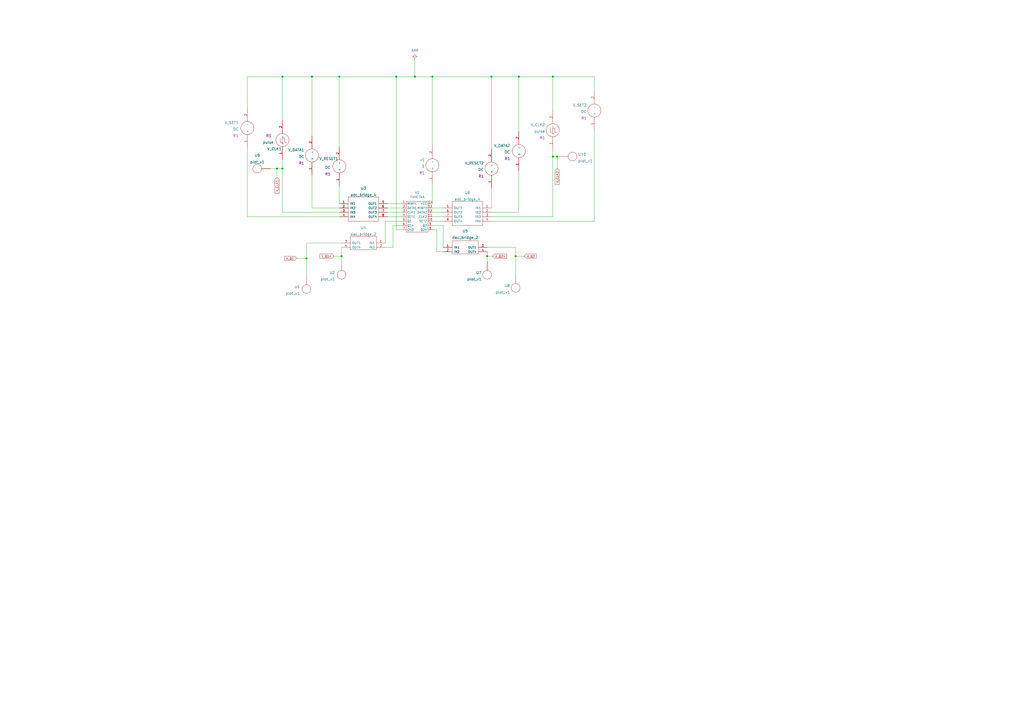
<source format=kicad_sch>
(kicad_sch (version 20211123) (generator eeschema)
  (paper "A2")
  (lib_symbols
    (symbol "eSim_Hybrid:adc_bridge_4" (pin_names (offset 1.016))
      (property "Reference" "U" (at 0 0 0))
      (property "Value" "adc_bridge_4" (at 0 7.62 0))
      (symbol "adc_bridge_4_0_1"
        (rectangle (start -8.89 8.89) (end 8.89 -5.08))
      )
      (symbol "adc_bridge_4_1_1"
        (pin input line (at -13.97 5.08 0) (length 5.08) (name "IN1") (number "1"))
        (pin input line (at -13.97 2.54 0) (length 5.08) (name "IN2") (number "2"))
        (pin input line (at -13.97 0 0) (length 5.08) (name "IN3") (number "3"))
        (pin input line (at -13.97 -2.54 0) (length 5.08) (name "IN4") (number "4"))
        (pin output line (at 13.97 5.08 180) (length 5.08) (name "OUT1") (number "5"))
        (pin output line (at 13.97 2.54 180) (length 5.08) (name "OUT2") (number "6"))
        (pin output line (at 13.97 0 180) (length 5.08) (name "OUT3") (number "7"))
        (pin output line (at 13.97 -2.54 180) (length 5.08) (name "OUT4") (number "8"))
      )
    )
    (symbol "eSim_Hybrid:dac_bridge_2" (pin_names (offset 1.016))
      (property "Reference" "U" (at 0 0 0))
      (property "Value" "dac_bridge_2" (at 1.27 3.81 0))
      (symbol "dac_bridge_2_0_1"
        (rectangle (start -6.35 5.08) (end 8.89 -2.54))
      )
      (symbol "dac_bridge_2_1_1"
        (pin input line (at -11.43 1.27 0) (length 5.08) (name "IN1") (number "1"))
        (pin input line (at -11.43 -1.27 0) (length 5.08) (name "IN2") (number "2"))
        (pin output line (at 13.97 1.27 180) (length 5.08) (name "OUT1") (number "3"))
        (pin output line (at 13.97 -1.27 180) (length 5.08) (name "OUT4") (number "4"))
      )
    )
    (symbol "eSim_Plot:plot_v1" (pin_names (offset 1.016))
      (property "Reference" "U" (at 0 12.7 0))
      (property "Value" "plot_v1" (at 5.08 8.89 0))
      (symbol "plot_v1_0_1"
        (circle (center 0 12.7) (radius 2.54))
      )
      (symbol "plot_v1_1_1"
        (pin input line (at 0 5.08 90) (length 5.08) (name "~") (number "~"))
      )
    )
    (symbol "eSim_Power:eSim_GND" (power) (pin_names (offset 0))
      (property "Value" "eSim_GND" (at 0 -3.81 0))
      (symbol "eSim_GND_0_1"
        (polyline (pts (xy 0 0) (xy 0 -1.27) (xy 1.27 -1.27) (xy 0 -2.54) (xy -1.27 -1.27) (xy 0 -1.27)))
      )
      (symbol "eSim_GND_1_1"
        (pin power_in line (at 0 0 270) (length 0) hide (name "GND") (number "1"))
      )
    )
    (symbol "eSim_Sources:DC" (pin_names (offset 1.016))
      (property "Reference" "v" (at -5.08 2.54 0))
      (property "Value" "DC" (at -5.08 -1.27 0))
      (property "Footprint" "R1" (at -7.62 0 0))
      (symbol "DC_0_1"
        (circle (center 0 0) (radius 3.81))
      )
      (symbol "DC_1_1"
        (pin power_out line (at 0 11.43 270) (length 7.62) (name "+") (number "1"))
        (pin bidirectional line (at 0 -11.43 90) (length 7.62) (name "-") (number "2"))
      )
    )
    (symbol "eSim_Sources:pulse" (pin_names (offset 1.016))
      (property "Reference" "v" (at -5.08 2.54 0))
      (property "Value" "pulse" (at -5.08 -1.27 0))
      (property "Footprint" "R1" (at -7.62 0 0))
      (symbol "pulse_0_1"
        (arc (start -1.27 1.27) (mid -1.3491 0) (end -1.27 -1.27))
        (arc (start 0 -1.27) (mid 0.635 -1.2876) (end 1.27 -1.27))
        (circle (center 0 0) (radius 3.81))
        (arc (start 0 1.27) (mid -0.635 1.2859) (end -1.27 1.27))
        (arc (start 0 1.27) (mid -0.0703 0) (end 0 -1.27))
        (arc (start 1.27 1.27) (mid 1.2124 0) (end 1.27 -1.27))
        (arc (start 1.27 1.27) (mid 1.905 1.2556) (end 2.54 1.27))
      )
      (symbol "pulse_1_1"
        (pin passive line (at 0 11.43 270) (length 7.62) (name "+") (number "1"))
        (pin passive line (at 0 -11.43 90) (length 7.62) (name "-") (number "2"))
      )
    )
    (symbol "eSim_Subckt:74HC74A"
      (property "Reference" "X" (at 0 -8.89 0))
      (property "Value" "74HC74A" (at 0 11.43 0))
      (symbol "74HC74A_0_1"
        (rectangle (start -6.35 10.16) (end 6.35 -7.62))
      )
      (symbol "74HC74A_1_1"
        (pin input line (at -8.89 8.89 0) (length 2.54) (name "RESET1") (number "1"))
        (pin input line (at 8.89 -1.27 180) (length 2.54) (name "SET2") (number "10"))
        (pin input line (at 8.89 1.27 180) (length 2.54) (name "CLK2") (number "11"))
        (pin input line (at 8.89 3.81 180) (length 2.54) (name "DATA2") (number "12"))
        (pin input line (at 8.89 6.35 180) (length 2.54) (name "RESET2") (number "13"))
        (pin power_in line (at 8.89 8.89 180) (length 2.54) (name "VCC") (number "14"))
        (pin input line (at -8.89 6.35 0) (length 2.54) (name "DATA1") (number "2"))
        (pin input line (at -8.89 3.81 0) (length 2.54) (name "CLK1") (number "3"))
        (pin input line (at -8.89 1.27 0) (length 2.54) (name "SET1") (number "4"))
        (pin output line (at -8.89 -1.27 0) (length 2.54) (name "Q1") (number "5"))
        (pin output line (at -8.89 -3.81 0) (length 2.54) (name "Q1n") (number "6"))
        (pin power_in line (at -8.89 -6.35 0) (length 2.54) (name "GND") (number "7"))
        (pin output line (at 8.89 -6.35 180) (length 2.54) (name "Q2n") (number "8"))
        (pin output line (at 8.89 -3.81 180) (length 2.54) (name "Q2") (number "9"))
      )
    )
  )
  (junction (at 160.655 97.79))
  (junction (at 177.8 149.86))
  (junction (at 320.675 90.805))
  (junction (at 229.87 44.45))
  (junction (at 180.975 44.45))
  (junction (at 320.675 44.45))
  (junction (at 299.085 148.59))
  (junction (at 196.85 44.45))
  (junction (at 163.83 44.45))
  (junction (at 240.665 44.45))
  (junction (at 285.115 44.45))
  (junction (at 163.83 97.79))
  (junction (at 300.99 44.45))
  (junction (at 323.215 90.805))
  (junction (at 198.12 148.59))
  (junction (at 282.575 148.59))
  (junction (at 250.825 44.45))
  (wire (pts (xy 177.8 149.86) (xy 177.8 160.02)))
  (wire (pts (xy 253.365 133.35) (xy 253.365 146.05)))
  (wire (pts (xy 143.51 44.45) (xy 163.83 44.45)))
  (wire (pts (xy 143.51 62.865) (xy 143.51 44.45)))
  (wire (pts (xy 285.115 125.73) (xy 320.675 125.73)))
  (wire (pts (xy 323.215 90.805) (xy 324.485 90.805)))
  (wire (pts (xy 196.85 123.19) (xy 163.83 123.19)))
  (wire (pts (xy 224.79 120.65) (xy 233.045 120.65)))
  (wire (pts (xy 233.045 133.35) (xy 229.87 133.35)))
  (wire (pts (xy 257.175 130.81) (xy 257.175 143.51)))
  (wire (pts (xy 300.99 99.06) (xy 300.99 123.19)))
  (wire (pts (xy 250.825 128.27) (xy 257.175 128.27)))
  (wire (pts (xy 224.79 118.11) (xy 233.045 118.11)))
  (wire (pts (xy 227.965 130.81) (xy 233.045 130.81)))
  (wire (pts (xy 300.99 44.45) (xy 320.675 44.45)))
  (wire (pts (xy 250.825 125.73) (xy 257.175 125.73)))
  (wire (pts (xy 320.675 90.805) (xy 323.215 90.805)))
  (wire (pts (xy 299.085 148.59) (xy 299.085 159.385)))
  (wire (pts (xy 240.665 44.45) (xy 250.825 44.45)))
  (wire (pts (xy 253.365 146.05) (xy 257.175 146.05)))
  (wire (pts (xy 320.675 90.805) (xy 320.675 125.73)))
  (wire (pts (xy 180.975 44.45) (xy 180.975 78.74)))
  (wire (pts (xy 177.8 140.97) (xy 177.8 149.86)))
  (wire (pts (xy 282.575 146.05) (xy 282.575 148.59)))
  (wire (pts (xy 227.965 143.51) (xy 227.965 130.81)))
  (wire (pts (xy 223.52 128.27) (xy 233.045 128.27)))
  (wire (pts (xy 163.83 97.79) (xy 163.83 123.19)))
  (wire (pts (xy 285.115 109.22) (xy 285.115 120.65)))
  (wire (pts (xy 223.52 140.97) (xy 223.52 128.27)))
  (wire (pts (xy 160.655 97.79) (xy 160.655 102.87)))
  (wire (pts (xy 299.085 143.51) (xy 299.085 148.59)))
  (wire (pts (xy 285.115 128.27) (xy 344.805 128.27)))
  (wire (pts (xy 320.675 44.45) (xy 320.675 64.135)))
  (wire (pts (xy 299.085 148.59) (xy 304.165 148.59)))
  (wire (pts (xy 198.12 140.97) (xy 177.8 140.97)))
  (wire (pts (xy 180.975 101.6) (xy 180.975 120.65)))
  (wire (pts (xy 250.825 133.35) (xy 253.365 133.35)))
  (wire (pts (xy 320.675 44.45) (xy 344.805 44.45)))
  (wire (pts (xy 323.215 90.805) (xy 323.215 97.79)))
  (wire (pts (xy 196.85 44.45) (xy 196.85 85.09)))
  (wire (pts (xy 320.675 86.995) (xy 320.675 90.805)))
  (wire (pts (xy 224.79 123.19) (xy 233.045 123.19)))
  (wire (pts (xy 344.805 44.45) (xy 344.805 52.705)))
  (wire (pts (xy 160.655 97.79) (xy 163.83 97.79)))
  (wire (pts (xy 250.825 44.45) (xy 250.825 84.455)))
  (wire (pts (xy 198.12 143.51) (xy 198.12 148.59)))
  (wire (pts (xy 240.665 34.29) (xy 240.665 44.45)))
  (wire (pts (xy 163.83 44.45) (xy 163.83 69.85)))
  (wire (pts (xy 285.115 44.45) (xy 285.115 86.36)))
  (wire (pts (xy 250.825 118.11) (xy 250.825 107.315)))
  (wire (pts (xy 196.85 120.65) (xy 180.975 120.65)))
  (wire (pts (xy 285.115 123.19) (xy 300.99 123.19)))
  (wire (pts (xy 198.12 148.59) (xy 198.12 151.765)))
  (wire (pts (xy 193.675 148.59) (xy 198.12 148.59)))
  (wire (pts (xy 172.085 149.86) (xy 177.8 149.86)))
  (wire (pts (xy 229.87 44.45) (xy 229.87 133.35)))
  (wire (pts (xy 180.975 44.45) (xy 196.85 44.45)))
  (wire (pts (xy 156.845 97.79) (xy 160.655 97.79)))
  (wire (pts (xy 250.825 130.81) (xy 257.175 130.81)))
  (wire (pts (xy 163.83 44.45) (xy 180.975 44.45)))
  (wire (pts (xy 196.85 125.73) (xy 143.51 125.73)))
  (wire (pts (xy 224.79 125.73) (xy 233.045 125.73)))
  (wire (pts (xy 196.85 107.95) (xy 196.85 118.11)))
  (wire (pts (xy 285.115 44.45) (xy 300.99 44.45)))
  (wire (pts (xy 229.87 44.45) (xy 240.665 44.45)))
  (wire (pts (xy 282.575 148.59) (xy 285.75 148.59)))
  (wire (pts (xy 196.85 44.45) (xy 229.87 44.45)))
  (wire (pts (xy 344.805 75.565) (xy 344.805 128.27)))
  (wire (pts (xy 250.825 120.65) (xy 257.175 120.65)))
  (wire (pts (xy 250.825 123.19) (xy 257.175 123.19)))
  (wire (pts (xy 282.575 148.59) (xy 282.575 151.765)))
  (wire (pts (xy 223.52 143.51) (xy 227.965 143.51)))
  (wire (pts (xy 143.51 85.725) (xy 143.51 125.73)))
  (wire (pts (xy 282.575 143.51) (xy 299.085 143.51)))
  (wire (pts (xy 163.83 92.71) (xy 163.83 97.79)))
  (wire (pts (xy 250.825 44.45) (xy 285.115 44.45)))
  (wire (pts (xy 300.99 44.45) (xy 300.99 76.2)))
  (global_label "V_Q2n" (shape input) (at 285.75 148.59 0) (property "Intersheet References" "${INTERSHEET_REFS}" (effects hide)))
  (global_label "V_CLK1" (shape input) (at 160.655 102.87 270) (property "Intersheet References" "${INTERSHEET_REFS}" (effects hide)))
  (global_label "V_CLK2" (shape input) (at 323.215 97.79 270) (property "Intersheet References" "${INTERSHEET_REFS}" (effects hide)))
  (global_label "V_Q1n" (shape input) (at 193.675 148.59 180) (property "Intersheet References" "${INTERSHEET_REFS}" (effects hide)))
  (global_label "V_Q2" (shape input) (at 304.165 148.59 0) (property "Intersheet References" "${INTERSHEET_REFS}" (effects hide)))
  (global_label "V_Q1" (shape input) (at 172.085 149.86 180) (property "Intersheet References" "${INTERSHEET_REFS}" (effects hide)))
  (symbol (lib_id "eSim_Sources:DC") (at 250.825 95.885 0) (mirror x) (unit 1)
    (property "Reference" "v1" (at 246.38 92.71 0) (effects (font (size 1.524 1.524)) (justify right)))
    (property "Value" "5" (at 246.38 96.52 0) (effects (font (size 1.524 1.524)) (justify right)))
    (property "Footprint" "R1" (at 246.38 100.33 0) (effects (font (size 1.524 1.524)) (justify right)))
  )
  (symbol (lib_id "eSim_Sources:DC") (at 344.805 64.135 0) (mirror x) (unit 1)
    (property "Reference" "V_SET2" (at 340.36 60.96 0) (effects (font (size 1.524 1.524)) (justify right)))
    (property "Value" "DC" (at 340.36 64.77 0) (effects (font (size 1.524 1.524)) (justify right)))
    (property "Footprint" "R1" (at 340.36 68.58 0) (effects (font (size 1.524 1.524)) (justify right)))
  )
  (symbol (lib_id "eSim_Sources:pulse") (at 320.675 75.565 0) (mirror x) (unit 1)
    (property "Reference" "V_CLK2" (at 316.23 72.39 0) (effects (font (size 1.524 1.524)) (justify right)))
    (property "Value" "pulse" (at 316.23 76.2 0) (effects (font (size 1.524 1.524)) (justify right)))
    (property "Footprint" "R1" (at 316.23 80.01 0) (effects (font (size 1.524 1.524)) (justify right)))
  )
  (symbol (lib_id "eSim_Hybrid:dac_bridge_2") (at 268.605 144.78 0) (unit 1)
    (property "Reference" "U5" (at 269.875 133.985 0) (effects (font (size 1.524 1.524))))
    (property "Value" "dac_bridge_2" (at 269.875 137.795 0) (effects (font (size 1.524 1.524))))
  )
  (symbol (lib_id "eSim_Hybrid:adc_bridge_4") (at 271.145 125.73 0) (mirror y) (unit 1)
    (property "Reference" "U6" (at 271.145 111.76 0) (effects (font (size 1.524 1.524))))
    (property "Value" "adc_bridge_4" (at 271.145 115.57 0) (effects (font (size 1.524 1.524))))
  )
  (symbol (lib_id "eSim_Plot:plot_v1") (at 198.12 146.685 0) (mirror x) (unit 1)
    (property "Reference" "U2" (at 194.31 158.115 0) (effects (font (size 1.524 1.524)) (justify right)))
    (property "Value" "plot_v1" (at 194.31 161.925 0) (effects (font (size 1.524 1.524)) (justify right)))
  )
  (symbol (lib_id "eSim_Sources:pulse") (at 163.83 81.28 0) (mirror x) (unit 1)
    (property "Reference" "V_CLK1" (at 154.94 86.36 0) (effects (font (size 1.524 1.524)) (justify left)))
    (property "Value" "pulse" (at 152.4 82.55 0) (effects (font (size 1.524 1.524)) (justify left)))
    (property "Footprint" "R1" (at 154.305 78.74 0) (effects (font (size 1.524 1.524)) (justify left)))
  )
  (symbol (lib_id "eSim_Hybrid:adc_bridge_4") (at 210.82 123.19 0) (unit 1)
    (property "Reference" "U3" (at 210.82 109.22 0) (effects (font (size 1.524 1.524))))
    (property "Value" "adc_bridge_4" (at 210.82 113.03 0) (effects (font (size 1.524 1.524))))
  )
  (symbol (lib_id "eSim_Power:eSim_GND") (at 240.665 34.29 0) (mirror x) (unit 1)
    (property "Reference" "#PWR01" (effects hide))
    (property "Value" "eSim_GND" (at 240.665 29.21 0))
  )
  (symbol (lib_id "eSim_Plot:plot_v1") (at 161.925 97.79 90) (unit 1)
    (property "Reference" "U9" (at 149.225 90.17 90) (effects (font (size 1.524 1.524))))
    (property "Value" "plot_v1" (at 149.225 93.98 90) (effects (font (size 1.524 1.524))))
  )
  (symbol (lib_id "eSim_Subckt:74HC74A") (at 241.935 127 0) (unit 1)
    (property "Reference" "X1" (at 241.935 111.76 0))
    (property "Value" "74HC74A" (at 241.935 114.3 0))
  )
  (symbol (lib_id "eSim_Plot:plot_v1") (at 177.8 154.94 0) (mirror x) (unit 1)
    (property "Reference" "U1" (at 173.99 166.37 0) (effects (font (size 1.524 1.524)) (justify right)))
    (property "Value" "plot_v1" (at 173.99 170.18 0) (effects (font (size 1.524 1.524)) (justify right)))
  )
  (symbol (lib_id "eSim_Sources:DC") (at 300.99 87.63 0) (mirror x) (unit 1)
    (property "Reference" "V_DATA2" (at 295.91 84.455 0) (effects (font (size 1.524 1.524)) (justify right)))
    (property "Value" "DC" (at 295.91 88.265 0) (effects (font (size 1.524 1.524)) (justify right)))
    (property "Footprint" "R1" (at 295.91 92.075 0) (effects (font (size 1.524 1.524)) (justify right)))
  )
  (symbol (lib_id "eSim_Sources:DC") (at 143.51 74.295 0) (mirror x) (unit 1)
    (property "Reference" "V_SET1" (at 138.43 71.12 0) (effects (font (size 1.524 1.524)) (justify right)))
    (property "Value" "DC" (at 138.43 74.93 0) (effects (font (size 1.524 1.524)) (justify right)))
    (property "Footprint" "R1" (at 138.43 78.74 0) (effects (font (size 1.524 1.524)) (justify right)))
  )
  (symbol (lib_id "eSim_Hybrid:dac_bridge_2") (at 212.09 142.24 0) (mirror y) (unit 1)
    (property "Reference" "U4" (at 210.82 132.08 0) (effects (font (size 1.524 1.524))))
    (property "Value" "dac_bridge_2" (at 210.82 135.89 0) (effects (font (size 1.524 1.524))))
  )
  (symbol (lib_id "eSim_Sources:DC") (at 285.115 97.79 0) (mirror x) (unit 1)
    (property "Reference" "V_RESET2" (at 280.67 94.615 0) (effects (font (size 1.524 1.524)) (justify right)))
    (property "Value" "DC" (at 280.67 98.425 0) (effects (font (size 1.524 1.524)) (justify right)))
    (property "Footprint" "R1" (at 280.67 102.235 0) (effects (font (size 1.524 1.524)) (justify right)))
  )
  (symbol (lib_id "eSim_Plot:plot_v1") (at 319.405 90.805 270) (mirror x) (unit 1)
    (property "Reference" "U10" (at 335.28 89.535 90) (effects (font (size 1.524 1.524)) (justify left)))
    (property "Value" "plot_v1" (at 335.28 93.345 90) (effects (font (size 1.524 1.524)) (justify left)))
  )
  (symbol (lib_id "eSim_Sources:DC") (at 196.85 96.52 0) (mirror x) (unit 1)
    (property "Reference" "V_RESET1" (at 196.215 92.075 0) (effects (font (size 1.524 1.524)) (justify right)))
    (property "Value" "DC" (at 191.77 97.155 0) (effects (font (size 1.524 1.524)) (justify right)))
    (property "Footprint" "R1" (at 191.77 100.965 0) (effects (font (size 1.524 1.524)) (justify right)))
  )
  (symbol (lib_id "eSim_Plot:plot_v1") (at 299.085 154.305 0) (mirror x) (unit 1)
    (property "Reference" "U8" (at 295.91 165.735 0) (effects (font (size 1.524 1.524)) (justify right)))
    (property "Value" "plot_v1" (at 295.91 169.545 0) (effects (font (size 1.524 1.524)) (justify right)))
  )
  (symbol (lib_id "eSim_Sources:DC") (at 180.975 90.17 0) (mirror x) (unit 1)
    (property "Reference" "V_DATA1" (at 176.53 86.995 0) (effects (font (size 1.524 1.524)) (justify right)))
    (property "Value" "DC" (at 176.53 90.805 0) (effects (font (size 1.524 1.524)) (justify right)))
    (property "Footprint" "R1" (at 176.53 94.615 0) (effects (font (size 1.524 1.524)) (justify right)))
  )
  (symbol (lib_id "eSim_Plot:plot_v1") (at 282.575 146.685 0) (mirror x) (unit 1)
    (property "Reference" "U7" (at 279.4 158.115 0) (effects (font (size 1.524 1.524)) (justify right)))
    (property "Value" "plot_v1" (at 279.4 161.925 0) (effects (font (size 1.524 1.524)) (justify right)))
  )
)
</source>
